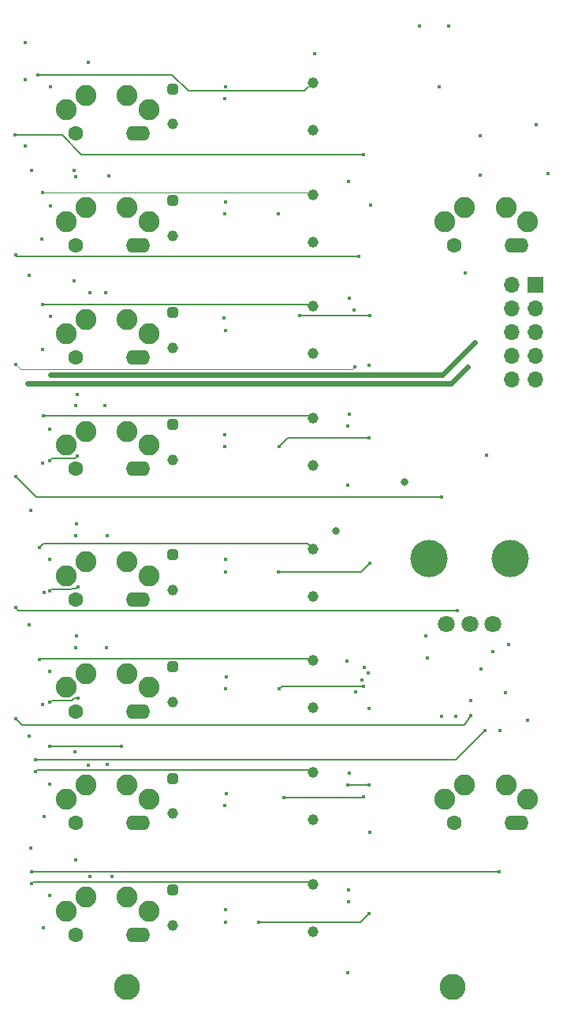
<source format=gbr>
%TF.GenerationSoftware,KiCad,Pcbnew,(6.0.1)*%
%TF.CreationDate,2023-02-18T17:41:42-08:00*%
%TF.ProjectId,pipes,70697065-732e-46b6-9963-61645f706362,rev?*%
%TF.SameCoordinates,Original*%
%TF.FileFunction,Copper,L2,Inr*%
%TF.FilePolarity,Positive*%
%FSLAX46Y46*%
G04 Gerber Fmt 4.6, Leading zero omitted, Abs format (unit mm)*
G04 Created by KiCad (PCBNEW (6.0.1)) date 2023-02-18 17:41:42*
%MOMM*%
%LPD*%
G01*
G04 APERTURE LIST*
G04 Aperture macros list*
%AMRoundRect*
0 Rectangle with rounded corners*
0 $1 Rounding radius*
0 $2 $3 $4 $5 $6 $7 $8 $9 X,Y pos of 4 corners*
0 Add a 4 corners polygon primitive as box body*
4,1,4,$2,$3,$4,$5,$6,$7,$8,$9,$2,$3,0*
0 Add four circle primitives for the rounded corners*
1,1,$1+$1,$2,$3*
1,1,$1+$1,$4,$5*
1,1,$1+$1,$6,$7*
1,1,$1+$1,$8,$9*
0 Add four rect primitives between the rounded corners*
20,1,$1+$1,$2,$3,$4,$5,0*
20,1,$1+$1,$4,$5,$6,$7,0*
20,1,$1+$1,$6,$7,$8,$9,0*
20,1,$1+$1,$8,$9,$2,$3,0*%
G04 Aperture macros list end*
%TA.AperFunction,ComponentPad*%
%ADD10RoundRect,0.287500X-0.287500X-0.287500X0.287500X-0.287500X0.287500X0.287500X-0.287500X0.287500X0*%
%TD*%
%TA.AperFunction,ComponentPad*%
%ADD11C,1.150000*%
%TD*%
%TA.AperFunction,WasherPad*%
%ADD12C,4.000000*%
%TD*%
%TA.AperFunction,ComponentPad*%
%ADD13C,1.800000*%
%TD*%
%TA.AperFunction,ComponentPad*%
%ADD14C,2.250000*%
%TD*%
%TA.AperFunction,ComponentPad*%
%ADD15O,2.600000X1.600000*%
%TD*%
%TA.AperFunction,ComponentPad*%
%ADD16C,1.600000*%
%TD*%
%TA.AperFunction,ComponentPad*%
%ADD17C,2.800000*%
%TD*%
%TA.AperFunction,ComponentPad*%
%ADD18R,1.700000X1.700000*%
%TD*%
%TA.AperFunction,ComponentPad*%
%ADD19O,1.700000X1.700000*%
%TD*%
%TA.AperFunction,ViaPad*%
%ADD20C,0.400000*%
%TD*%
%TA.AperFunction,ViaPad*%
%ADD21C,0.450000*%
%TD*%
%TA.AperFunction,ViaPad*%
%ADD22C,0.800000*%
%TD*%
%TA.AperFunction,Conductor*%
%ADD23C,0.600000*%
%TD*%
%TA.AperFunction,Conductor*%
%ADD24C,0.200000*%
%TD*%
%TA.AperFunction,Conductor*%
%ADD25C,0.120000*%
%TD*%
G04 APERTURE END LIST*
D10*
%TO.N,Net-(U26-Pad1)*%
%TO.C,U26*%
X58170000Y-124600000D03*
D11*
%TO.N,Net-(R54-Pad1)*%
X58170000Y-128400000D03*
%TO.N,Net-(R59-Pad2)*%
X73170000Y-123960000D03*
%TO.N,Net-(R53-Pad2)*%
X73170000Y-129040000D03*
%TD*%
D10*
%TO.N,Net-(U27-Pad1)*%
%TO.C,U27*%
X58170000Y-86600000D03*
D11*
%TO.N,Net-(R56-Pad1)*%
X58170000Y-90400000D03*
%TO.N,Net-(R60-Pad2)*%
X73170000Y-85960000D03*
%TO.N,Net-(R55-Pad2)*%
X73170000Y-91040000D03*
%TD*%
D10*
%TO.N,Net-(U21-Pad1)*%
%TO.C,U21*%
X58170000Y-74600000D03*
D11*
%TO.N,Net-(R47-Pad1)*%
X58170000Y-78400000D03*
%TO.N,Net-(R51-Pad2)*%
X73170000Y-73960000D03*
%TO.N,Net-(R46-Pad2)*%
X73170000Y-79040000D03*
%TD*%
D10*
%TO.N,Net-(U22-Pad1)*%
%TO.C,U22*%
X58170000Y-50600000D03*
D11*
%TO.N,Net-(R49-Pad1)*%
X58170000Y-54400000D03*
%TO.N,Net-(R52-Pad2)*%
X73170000Y-49960000D03*
%TO.N,Net-(R48-Pad2)*%
X73170000Y-55040000D03*
%TD*%
D12*
%TO.N,*%
%TO.C,RV1*%
X94420000Y-101030000D03*
X85620000Y-101030000D03*
D13*
%TO.N,unconnected-(RV1-Pad1)*%
X92520000Y-108030000D03*
%TO.N,Net-(R68-Pad2)*%
X90020000Y-108030000D03*
%TO.N,Net-(R10-Pad1)*%
X87520000Y-108030000D03*
%TD*%
D10*
%TO.N,Net-(U20-Pad1)*%
%TO.C,U20*%
X58170000Y-112600000D03*
D11*
%TO.N,Net-(R45-Pad1)*%
X58170000Y-116400000D03*
%TO.N,Net-(R50-Pad2)*%
X73170000Y-111960000D03*
%TO.N,Net-(R44-Pad2)*%
X73170000Y-117040000D03*
%TD*%
D14*
%TO.N,GND*%
%TO.C,J9*%
X46670000Y-88850000D03*
%TO.N,Net-(J9-Pad2)*%
X55570000Y-88850000D03*
%TO.N,GND*%
X48820000Y-87350000D03*
X53270000Y-87350000D03*
D15*
%TO.N,N/C*%
X54410000Y-91400000D03*
D16*
X47730000Y-91400000D03*
%TD*%
D10*
%TO.N,Net-(U28-Pad1)*%
%TO.C,U28*%
X58170000Y-62600000D03*
D11*
%TO.N,Net-(R58-Pad1)*%
X58170000Y-66400000D03*
%TO.N,Net-(R61-Pad2)*%
X73170000Y-61960000D03*
%TO.N,Net-(R57-Pad2)*%
X73170000Y-67040000D03*
%TD*%
D10*
%TO.N,Net-(U33-Pad1)*%
%TO.C,U33*%
X58170000Y-100600000D03*
D11*
%TO.N,Net-(R65-Pad1)*%
X58170000Y-104400000D03*
%TO.N,Net-(R67-Pad2)*%
X73170000Y-99960000D03*
%TO.N,Net-(R64-Pad2)*%
X73170000Y-105040000D03*
%TD*%
D10*
%TO.N,Net-(U32-Pad1)*%
%TO.C,U32*%
X58170000Y-136600000D03*
D11*
%TO.N,Net-(R63-Pad1)*%
X58170000Y-140400000D03*
%TO.N,Net-(R66-Pad2)*%
X73170000Y-135960000D03*
%TO.N,Net-(R62-Pad2)*%
X73170000Y-141040000D03*
%TD*%
D14*
%TO.N,GND*%
%TO.C,J7*%
X46670000Y-52850000D03*
%TO.N,Net-(J7-Pad2)*%
X55570000Y-52850000D03*
%TO.N,GND*%
X48820000Y-51350000D03*
X53270000Y-51350000D03*
D15*
%TO.N,N/C*%
X54410000Y-55400000D03*
D16*
X47730000Y-55400000D03*
%TD*%
D14*
%TO.N,GND*%
%TO.C,J12*%
X46670000Y-102850000D03*
%TO.N,Net-(J12-Pad2)*%
X55570000Y-102850000D03*
%TO.N,GND*%
X48820000Y-101350000D03*
X53270000Y-101350000D03*
D15*
%TO.N,N/C*%
X54410000Y-105400000D03*
D16*
X47730000Y-105400000D03*
%TD*%
D14*
%TO.N,GND*%
%TO.C,J5*%
X46670000Y-114850000D03*
%TO.N,Net-(J5-Pad2)*%
X55570000Y-114850000D03*
%TO.N,GND*%
X48820000Y-113350000D03*
X53270000Y-113350000D03*
D15*
%TO.N,N/C*%
X54410000Y-117400000D03*
D16*
X47730000Y-117400000D03*
%TD*%
D14*
%TO.N,GND*%
%TO.C,J10*%
X46670000Y-64850000D03*
%TO.N,Net-(J10-Pad2)*%
X55570000Y-64850000D03*
%TO.N,GND*%
X48820000Y-63350000D03*
X53270000Y-63350000D03*
D15*
%TO.N,N/C*%
X54410000Y-67400000D03*
D16*
X47730000Y-67400000D03*
%TD*%
D14*
%TO.N,GND*%
%TO.C,J4*%
X87320000Y-126850000D03*
%TO.N,Net-(J4-Pad2)*%
X96220000Y-126850000D03*
%TO.N,GND*%
X89470000Y-125350000D03*
%TO.N,unconnected-(J4-Pad4)*%
X93920000Y-125350000D03*
D15*
%TO.N,N/C*%
X95060000Y-129400000D03*
D16*
X88380000Y-129400000D03*
%TD*%
D14*
%TO.N,GND*%
%TO.C,J11*%
X46670000Y-138850000D03*
%TO.N,Net-(J11-Pad2)*%
X55570000Y-138850000D03*
%TO.N,GND*%
X48820000Y-137350000D03*
X53270000Y-137350000D03*
D15*
%TO.N,N/C*%
X54410000Y-141400000D03*
D16*
X47730000Y-141400000D03*
%TD*%
D14*
%TO.N,GND*%
%TO.C,J1*%
X87320000Y-64850000D03*
%TO.N,Net-(J1-Pad2)*%
X96220000Y-64850000D03*
%TO.N,GND*%
X89470000Y-63350000D03*
X93920000Y-63350000D03*
D15*
%TO.N,N/C*%
X95060000Y-67400000D03*
D16*
X88380000Y-67400000D03*
%TD*%
D14*
%TO.N,GND*%
%TO.C,J8*%
X46670000Y-126850000D03*
%TO.N,Net-(J8-Pad2)*%
X55570000Y-126850000D03*
%TO.N,GND*%
X48820000Y-125350000D03*
X53270000Y-125350000D03*
D15*
%TO.N,N/C*%
X54410000Y-129400000D03*
D16*
X47730000Y-129400000D03*
%TD*%
D14*
%TO.N,GND*%
%TO.C,J6*%
X46670000Y-76850000D03*
%TO.N,Net-(J6-Pad2)*%
X55570000Y-76850000D03*
%TO.N,GND*%
X48820000Y-75350000D03*
X53270000Y-75350000D03*
D15*
%TO.N,N/C*%
X54410000Y-79400000D03*
D16*
X47730000Y-79400000D03*
%TD*%
D17*
%TO.N,GND*%
%TO.C,TP1*%
X88170000Y-146950000D03*
%TD*%
%TO.N,GND*%
%TO.C,TP2*%
X53230000Y-146950000D03*
%TD*%
D18*
%TO.N,Net-(D3-Pad1)*%
%TO.C,J2*%
X97085000Y-71635000D03*
D19*
X94545000Y-71635000D03*
%TO.N,GND*%
X97085000Y-74175000D03*
X94545000Y-74175000D03*
X97085000Y-76715000D03*
X94545000Y-76715000D03*
X97085000Y-79255000D03*
X94545000Y-79255000D03*
%TO.N,Net-(D4-Pad2)*%
X97085000Y-81795000D03*
X94545000Y-81795000D03*
%TD*%
D20*
%TO.N,+12V*%
X85660000Y-82240000D03*
%TO.N,Net-(U16-Pad3)*%
X79225000Y-139075000D03*
%TO.N,{slash}8*%
X76975000Y-145425000D03*
X76995000Y-137805000D03*
%TO.N,Net-(U16-Pad3)*%
X67405000Y-140005000D03*
%TO.N,Net-(U12-Pad3)*%
X70046891Y-126646891D03*
X78600000Y-126575000D03*
%TO.N,{slash}7*%
X79195000Y-125305000D03*
X76895000Y-125305000D03*
X79300000Y-130400000D03*
%TO.N,Net-(U4-Pad3)*%
X78600000Y-114700000D03*
X69575000Y-115025000D03*
%TO.N,{slash}6*%
X79175000Y-113325000D03*
X79235000Y-117135000D03*
%TO.N,Net-(U17-Pad3)*%
X69475000Y-102425000D03*
X79305000Y-101495000D03*
%TO.N,Net-(U10-Pad3)*%
X69575000Y-89025000D03*
X79205000Y-88095000D03*
%TO.N,{slash}4*%
X76975000Y-93175000D03*
X76975000Y-86825000D03*
%TO.N,Net-(U5-Pad3)*%
X71775480Y-74924520D03*
X79275480Y-74924520D03*
%TO.N,{slash}3*%
X79200000Y-80300000D03*
X77575000Y-74325000D03*
%TO.N,Net-(J9-Pad2)*%
X50900000Y-84590000D03*
%TO.N,Net-(R56-Pad1)*%
X47720000Y-84590000D03*
%TO.N,Net-(U27-Pad1)*%
X47860000Y-83440000D03*
%TO.N,-12V*%
X47860000Y-89990000D03*
X44950000Y-90530000D03*
%TO.N,Net-(J12-Pad2)*%
X51080000Y-98580000D03*
%TO.N,Net-(R65-Pad1)*%
X47705000Y-98585000D03*
%TO.N,Net-(U33-Pad1)*%
X47825000Y-97315000D03*
%TO.N,-12V*%
X47950000Y-104030000D03*
X44940000Y-104470000D03*
%TO.N,Net-(R50-Pad2)*%
X44140000Y-116640000D03*
%TO.N,Net-(R45-Pad1)*%
X47730000Y-110600000D03*
%TO.N,Net-(J5-Pad2)*%
X51050000Y-110600000D03*
%TO.N,Net-(U20-Pad1)*%
X47785000Y-109315000D03*
%TO.N,-12V*%
X44960000Y-116460000D03*
X48010000Y-116030000D03*
%TO.N,Net-(J8-Pad2)*%
X51150000Y-123150000D03*
%TO.N,Net-(R54-Pad1)*%
X49100000Y-123180000D03*
%TO.N,Net-(U26-Pad1)*%
X47630000Y-121790000D03*
%TO.N,-12V*%
X44940000Y-121180000D03*
X52600000Y-121170000D03*
%TO.N,Net-(R63-Pad1)*%
X49220000Y-135140000D03*
%TO.N,Net-(J11-Pad2)*%
X51580000Y-135150000D03*
%TO.N,Net-(U32-Pad1)*%
X47715000Y-133345000D03*
%TO.N,Net-(R59-Pad2)*%
X44340000Y-128700000D03*
X43415000Y-123895000D03*
%TO.N,Net-(R66-Pad2)*%
X44280000Y-140650000D03*
X42990000Y-135880000D03*
%TO.N,VCO7*%
X43445000Y-122625000D03*
%TO.N,VCO8*%
X93175000Y-134615000D03*
%TO.N,VCO7*%
X91700000Y-119490000D03*
%TO.N,VCO8*%
X93280000Y-119490000D03*
X42965000Y-134615000D03*
%TO.N,VCO4*%
X86990000Y-117920000D03*
X87030000Y-94400000D03*
%TO.N,VCO5*%
X88680480Y-106569520D03*
X41270000Y-106300000D03*
X88570000Y-117920000D03*
%TO.N,VCO6*%
X90160000Y-117900000D03*
X41320000Y-118240000D03*
%TO.N,VCO4*%
X41280000Y-92220000D03*
%TO.N,Clk*%
X87780000Y-43880000D03*
D21*
%TO.N,VCO3*%
X77665000Y-80475000D03*
X41310000Y-80200000D03*
X77795480Y-115305480D03*
%TO.N,-12V*%
X44980000Y-81310000D03*
D20*
%TO.N,Net-(R50-Pad2)*%
X43795000Y-111855000D03*
%TO.N,Net-(R67-Pad2)*%
X44330000Y-104680000D03*
X43815000Y-99855000D03*
%TO.N,Net-(R60-Pad2)*%
X44210000Y-90760000D03*
X44260000Y-85720000D03*
%TO.N,Net-(R51-Pad2)*%
X44140000Y-78570000D03*
X44140000Y-73750000D03*
%TO.N,Net-(R47-Pad1)*%
X49220000Y-72520000D03*
%TO.N,Net-(J6-Pad2)*%
X50970000Y-72520000D03*
%TO.N,Net-(U21-Pad1)*%
X47593000Y-71247000D03*
%TO.N,VCO2*%
X78160479Y-68569521D03*
X41250000Y-68430000D03*
X78425480Y-114035480D03*
%TO.N,Net-(R61-Pad2)*%
X44120000Y-66750000D03*
X44180000Y-61760000D03*
%TO.N,Clk*%
X63715000Y-51645000D03*
X63755000Y-64025000D03*
X63775000Y-76525000D03*
X63735000Y-89025000D03*
X63775000Y-102425000D03*
X63795000Y-115025000D03*
X63715000Y-127505000D03*
X63805000Y-140005000D03*
%TO.N,VCO1*%
X78630000Y-57670000D03*
X41240000Y-55580000D03*
X78700000Y-112690000D03*
%TO.N,Net-(R58-Pad1)*%
X47707500Y-60047500D03*
%TO.N,Net-(J10-Pad2)*%
X51270000Y-59960000D03*
%TO.N,Net-(U28-Pad1)*%
X47585000Y-59355000D03*
D21*
%TO.N,Net-(R49-Pad1)*%
X49121069Y-47778931D03*
%TO.N,Net-(R52-Pad2)*%
X42339511Y-56740489D03*
X42310359Y-49629641D03*
%TO.N,-12V*%
X44940000Y-137160000D03*
X44940000Y-125220000D03*
X44940000Y-113130000D03*
X44940000Y-101130000D03*
X44950000Y-87110000D03*
X44980000Y-75060000D03*
X44985000Y-63185000D03*
X44985000Y-50355000D03*
%TO.N,Net-(R52-Pad2)*%
X43670000Y-49090000D03*
%TO.N,+12V*%
X42740000Y-120090000D03*
X42985000Y-59355000D03*
X42692520Y-70647480D03*
X42550000Y-82240000D03*
X42900000Y-95870000D03*
X42690000Y-108120000D03*
X42860000Y-132050000D03*
X42295000Y-45675000D03*
%TO.N,-12V*%
X90600000Y-77820000D03*
X93845000Y-115405000D03*
%TO.N,+12V*%
X91820000Y-89960000D03*
D20*
X85347500Y-109277500D03*
%TO.N,Net-(R10-Pad1)*%
X85495000Y-111665000D03*
%TO.N,Net-(R68-Pad2)*%
X92485000Y-111035000D03*
%TO.N,Net-(C13-Pad1)*%
X96220000Y-118350000D03*
X94173750Y-110266250D03*
%TO.N,Net-(R10-Pad1)*%
X91230000Y-112890000D03*
X90140000Y-116240000D03*
%TO.N,Net-(U11-Pad3)*%
X69450000Y-64030000D03*
X79395000Y-63095000D03*
D21*
%TO.N,+12V*%
X86775000Y-50415000D03*
X97170000Y-54480000D03*
X89827500Y-80447500D03*
%TO.N,-12V*%
X91151250Y-59848750D03*
X98430000Y-59730000D03*
X91151250Y-55661250D03*
X89592500Y-70327500D03*
D20*
%TO.N,+5V*%
X73407500Y-46802500D03*
X84670000Y-43880000D03*
X77115000Y-73055000D03*
X77115000Y-85555000D03*
X76850000Y-112040000D03*
X77075000Y-124035000D03*
X77030000Y-136550000D03*
X63815000Y-138705000D03*
X63885000Y-126205000D03*
X63925000Y-113725000D03*
X63835000Y-101125000D03*
X63720000Y-87740000D03*
X63675000Y-75225000D03*
X76995000Y-60555000D03*
X63785000Y-62725000D03*
X63805000Y-50345000D03*
D22*
X75640000Y-98030000D03*
X83050000Y-92760000D03*
%TD*%
D23*
%TO.N,+12V*%
X85660000Y-82240000D02*
X42550000Y-82240000D01*
D24*
%TO.N,Net-(U16-Pad3)*%
X78295000Y-140005000D02*
X79225000Y-139075000D01*
X67405000Y-140005000D02*
X78295000Y-140005000D01*
%TO.N,Net-(U12-Pad3)*%
X78528109Y-126646891D02*
X78600000Y-126575000D01*
X70046891Y-126646891D02*
X78528109Y-126646891D01*
%TO.N,{slash}7*%
X76895000Y-125305000D02*
X79195000Y-125305000D01*
%TO.N,Net-(U4-Pad3)*%
X69575000Y-115025000D02*
X69900000Y-114700000D01*
X69900000Y-114700000D02*
X78600000Y-114700000D01*
%TO.N,Net-(U17-Pad3)*%
X69475000Y-102425000D02*
X78375000Y-102425000D01*
X78375000Y-102425000D02*
X79305000Y-101495000D01*
%TO.N,Net-(U10-Pad3)*%
X70505000Y-88095000D02*
X79205000Y-88095000D01*
X69575000Y-89025000D02*
X70505000Y-88095000D01*
%TO.N,Net-(U5-Pad3)*%
X71775480Y-74924520D02*
X79275480Y-74924520D01*
%TO.N,-12V*%
X45205489Y-90274511D02*
X44950000Y-90530000D01*
X47260053Y-90274511D02*
X45205489Y-90274511D01*
X47304085Y-90230479D02*
X47260053Y-90274511D01*
X47619521Y-90230479D02*
X47304085Y-90230479D01*
X47860000Y-89990000D02*
X47619521Y-90230479D01*
X47304085Y-104230479D02*
X47260053Y-104274511D01*
X47950000Y-104030000D02*
X47749521Y-104230479D01*
X47749521Y-104230479D02*
X47304085Y-104230479D01*
X47260053Y-104274511D02*
X45135489Y-104274511D01*
X45135489Y-104274511D02*
X44940000Y-104470000D01*
X47590000Y-116030000D02*
X48010000Y-116030000D01*
X47345489Y-116274511D02*
X47590000Y-116030000D01*
X45305489Y-116274511D02*
X47345489Y-116274511D01*
X44960000Y-116460000D02*
X45305489Y-116274511D01*
X52600000Y-121170000D02*
X44930000Y-121170000D01*
%TO.N,Net-(R59-Pad2)*%
X72935480Y-123725480D02*
X73170000Y-123960000D01*
X43584520Y-123725480D02*
X72935480Y-123725480D01*
X43415000Y-123895000D02*
X43584520Y-123725480D01*
%TO.N,Net-(R66-Pad2)*%
X72935480Y-135725480D02*
X73170000Y-135960000D01*
X43144520Y-135725480D02*
X72935480Y-135725480D01*
X42990000Y-135880000D02*
X43144520Y-135725480D01*
%TO.N,VCO7*%
X88565000Y-122625000D02*
X91700000Y-119490000D01*
X43445000Y-122625000D02*
X88565000Y-122625000D01*
%TO.N,VCO8*%
X42965000Y-134615000D02*
X93175000Y-134615000D01*
%TO.N,VCO4*%
X43460000Y-94400000D02*
X87030000Y-94400000D01*
X41280000Y-92220000D02*
X43460000Y-94400000D01*
%TO.N,VCO5*%
X41539520Y-106569520D02*
X88680480Y-106569520D01*
X41270000Y-106300000D02*
X41539520Y-106569520D01*
%TO.N,VCO6*%
X89430489Y-118849511D02*
X90160000Y-117900000D01*
X41929511Y-118849511D02*
X89430489Y-118849511D01*
X41320000Y-118240000D02*
X41929511Y-118849511D01*
D25*
%TO.N,VCO3*%
X77429520Y-80710480D02*
X77665000Y-80475000D01*
X41820480Y-80710480D02*
X77429520Y-80710480D01*
X41310000Y-80200000D02*
X41820480Y-80710480D01*
D23*
%TO.N,-12V*%
X87110000Y-81310000D02*
X90600000Y-77820000D01*
X44980000Y-81310000D02*
X87110000Y-81310000D01*
D24*
%TO.N,Net-(R60-Pad2)*%
X72935480Y-85725480D02*
X73170000Y-85960000D01*
X44260000Y-85720000D02*
X72935480Y-85725480D01*
%TO.N,Net-(R51-Pad2)*%
X72935480Y-73725480D02*
X73170000Y-73960000D01*
X44164520Y-73725480D02*
X72935480Y-73725480D01*
X44140000Y-73750000D02*
X44164520Y-73725480D01*
D25*
%TO.N,Net-(R61-Pad2)*%
X72975480Y-61765480D02*
X73170000Y-61960000D01*
X44180000Y-61760000D02*
X72975480Y-61765480D01*
D24*
%TO.N,Net-(R50-Pad2)*%
X72935480Y-111725480D02*
X73170000Y-111960000D01*
X43924520Y-111725480D02*
X72935480Y-111725480D01*
X43795000Y-111855000D02*
X43924520Y-111725480D01*
%TO.N,Net-(R67-Pad2)*%
X72595001Y-99385001D02*
X73170000Y-99960000D01*
X44284999Y-99385001D02*
X72595001Y-99385001D01*
X43815000Y-99855000D02*
X44284999Y-99385001D01*
%TO.N,VCO2*%
X41389521Y-68569521D02*
X78160479Y-68569521D01*
X41250000Y-68430000D02*
X41389521Y-68569521D01*
D23*
%TO.N,+12V*%
X88035000Y-82240000D02*
X85660000Y-82240000D01*
X89827500Y-80447500D02*
X88035000Y-82240000D01*
D24*
%TO.N,VCO1*%
X46256046Y-55580000D02*
X48346046Y-57670000D01*
X48346046Y-57670000D02*
X78630000Y-57670000D01*
X41240000Y-55580000D02*
X46256046Y-55580000D01*
%TO.N,Net-(R52-Pad2)*%
X58080000Y-49090000D02*
X43670000Y-49090000D01*
X59834511Y-50844511D02*
X58080000Y-49090000D01*
X72285489Y-50844511D02*
X59834511Y-50844511D01*
X73170000Y-49960000D02*
X72285489Y-50844511D01*
%TD*%
M02*

</source>
